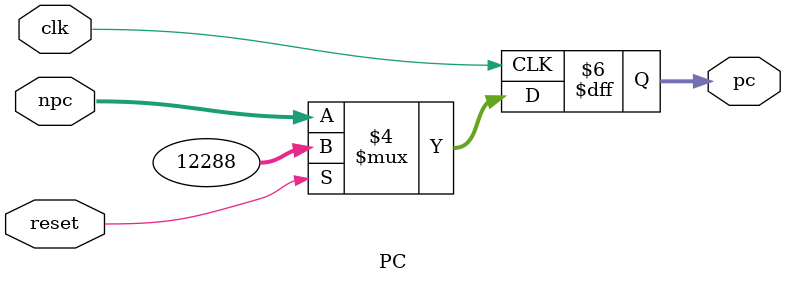
<source format=v>
`timescale 1ns / 1ps
module PC(
    input [31:0] npc,
	 input reset,
	 input clk,
    output reg[31:0] pc
    );
	 initial pc<=32'h00003000;
	 always @(posedge clk) begin
		if (reset) begin
			pc<=32'h00003000;
		end
		else begin
			pc<=npc;
		end
	 end
endmodule

</source>
